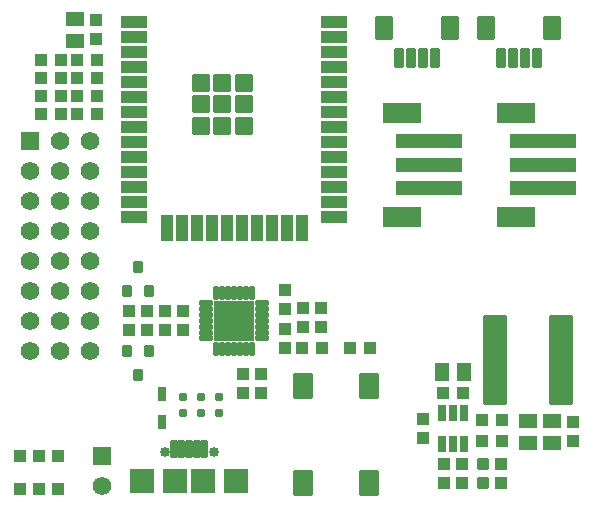
<source format=gts>
%TF.GenerationSoftware,KiCad,Pcbnew,8.0.4*%
%TF.CreationDate,2024-09-05T11:54:57-04:00*%
%TF.ProjectId,ESP32-RC_R0,45535033-322d-4524-935f-52302e6b6963,0*%
%TF.SameCoordinates,Original*%
%TF.FileFunction,Soldermask,Top*%
%TF.FilePolarity,Negative*%
%FSLAX46Y46*%
G04 Gerber Fmt 4.6, Leading zero omitted, Abs format (unit mm)*
G04 Created by KiCad (PCBNEW 8.0.4) date 2024-09-05 11:54:57*
%MOMM*%
%LPD*%
G01*
G04 APERTURE LIST*
G04 Aperture macros list*
%AMRoundRect*
0 Rectangle with rounded corners*
0 $1 Rounding radius*
0 $2 $3 $4 $5 $6 $7 $8 $9 X,Y pos of 4 corners*
0 Add a 4 corners polygon primitive as box body*
4,1,4,$2,$3,$4,$5,$6,$7,$8,$9,$2,$3,0*
0 Add four circle primitives for the rounded corners*
1,1,$1+$1,$2,$3*
1,1,$1+$1,$4,$5*
1,1,$1+$1,$6,$7*
1,1,$1+$1,$8,$9*
0 Add four rect primitives between the rounded corners*
20,1,$1+$1,$2,$3,$4,$5,0*
20,1,$1+$1,$4,$5,$6,$7,0*
20,1,$1+$1,$6,$7,$8,$9,0*
20,1,$1+$1,$8,$9,$2,$3,0*%
G04 Aperture macros list end*
%ADD10RoundRect,0.102000X0.400000X-0.400000X0.400000X0.400000X-0.400000X0.400000X-0.400000X-0.400000X0*%
%ADD11RoundRect,0.076200X0.469900X-0.406400X0.469900X0.406400X-0.469900X0.406400X-0.469900X-0.406400X0*%
%ADD12RoundRect,0.076200X0.406400X0.469900X-0.406400X0.469900X-0.406400X-0.469900X0.406400X-0.469900X0*%
%ADD13RoundRect,0.102000X0.200000X-0.240000X0.200000X0.240000X-0.200000X0.240000X-0.200000X-0.240000X0*%
%ADD14RoundRect,0.076200X-0.406400X-0.469900X0.406400X-0.469900X0.406400X0.469900X-0.406400X0.469900X0*%
%ADD15RoundRect,0.076200X-0.469900X0.406400X-0.469900X-0.406400X0.469900X-0.406400X0.469900X0.406400X0*%
%ADD16RoundRect,0.076200X0.698500X-0.508000X0.698500X0.508000X-0.698500X0.508000X-0.698500X-0.508000X0*%
%ADD17RoundRect,0.076200X-0.508000X-0.698500X0.508000X-0.698500X0.508000X0.698500X-0.508000X0.698500X0*%
%ADD18RoundRect,0.076200X-0.698500X0.508000X-0.698500X-0.508000X0.698500X-0.508000X0.698500X0.508000X0*%
%ADD19RoundRect,0.076200X-0.901700X-3.746500X0.901700X-3.746500X0.901700X3.746500X-0.901700X3.746500X0*%
%ADD20RoundRect,0.102000X0.135000X-0.495000X0.135000X0.495000X-0.135000X0.495000X-0.135000X-0.495000X0*%
%ADD21RoundRect,0.102000X0.495000X-0.135000X0.495000X0.135000X-0.495000X0.135000X-0.495000X-0.135000X0*%
%ADD22RoundRect,0.102000X1.625000X-1.625000X1.625000X1.625000X-1.625000X1.625000X-1.625000X-1.625000X0*%
%ADD23RoundRect,0.102000X-0.685000X0.685000X-0.685000X-0.685000X0.685000X-0.685000X0.685000X0.685000X0*%
%ADD24C,1.574000*%
%ADD25RoundRect,0.076200X-0.330200X-0.774700X0.330200X-0.774700X0.330200X0.774700X-0.330200X0.774700X0*%
%ADD26RoundRect,0.076200X-0.647700X-0.952500X0.647700X-0.952500X0.647700X0.952500X-0.647700X0.952500X0*%
%ADD27RoundRect,0.076200X1.000000X-0.450000X1.000000X0.450000X-1.000000X0.450000X-1.000000X-0.450000X0*%
%ADD28RoundRect,0.076200X-0.450000X-1.000000X0.450000X-1.000000X0.450000X1.000000X-0.450000X1.000000X0*%
%ADD29RoundRect,0.076200X0.665000X-0.665000X0.665000X0.665000X-0.665000X0.665000X-0.665000X-0.665000X0*%
%ADD30RoundRect,0.076200X0.750000X1.000000X-0.750000X1.000000X-0.750000X-1.000000X0.750000X-1.000000X0*%
%ADD31RoundRect,0.102000X-0.300000X0.400000X-0.300000X-0.400000X0.300000X-0.400000X0.300000X0.400000X0*%
%ADD32C,0.852400*%
%ADD33RoundRect,0.102000X-0.200000X-0.675000X0.200000X-0.675000X0.200000X0.675000X-0.200000X0.675000X0*%
%ADD34RoundRect,0.102000X-0.900000X-0.950000X0.900000X-0.950000X0.900000X0.950000X-0.900000X0.950000X0*%
%ADD35RoundRect,0.102000X-0.950000X-0.950000X0.950000X-0.950000X0.950000X0.950000X-0.950000X0.950000X0*%
%ADD36RoundRect,0.102000X0.300000X-0.400000X0.300000X0.400000X-0.300000X0.400000X-0.300000X-0.400000X0*%
%ADD37RoundRect,0.076200X-0.300000X-0.575000X0.300000X-0.575000X0.300000X0.575000X-0.300000X0.575000X0*%
%ADD38RoundRect,0.076200X2.750000X-0.500000X2.750000X0.500000X-2.750000X0.500000X-2.750000X-0.500000X0*%
%ADD39RoundRect,0.076200X1.500000X-0.800000X1.500000X0.800000X-1.500000X0.800000X-1.500000X-0.800000X0*%
%ADD40RoundRect,0.102000X-0.230000X0.520000X-0.230000X-0.520000X0.230000X-0.520000X0.230000X0.520000X0*%
G04 APERTURE END LIST*
D10*
%TO.C,D5*%
X155194000Y-112560000D03*
X155194000Y-110960000D03*
%TD*%
D11*
%TO.C,R8*%
X138430000Y-101142800D03*
X138430000Y-99517200D03*
%TD*%
D12*
%TO.C,R9*%
X122478800Y-76708000D03*
X120853200Y-76708000D03*
%TD*%
D13*
%TO.C,D2*%
X132842000Y-106578000D03*
X132842000Y-105258000D03*
%TD*%
D12*
%TO.C,C7*%
X145592800Y-101092000D03*
X143967200Y-101092000D03*
%TD*%
%TO.C,R3*%
X122478800Y-79756000D03*
X120853200Y-79756000D03*
%TD*%
D14*
%TO.C,C10*%
X151841200Y-104902000D03*
X153466800Y-104902000D03*
%TD*%
D15*
%TO.C,R18*%
X150114000Y-107137200D03*
X150114000Y-108762800D03*
%TD*%
D13*
%TO.C,D3*%
X131318000Y-106578000D03*
X131318000Y-105258000D03*
%TD*%
D14*
%TO.C,R1*%
X115976400Y-113030000D03*
X117602000Y-113030000D03*
X119227600Y-113030000D03*
%TD*%
D16*
%TO.C,C4*%
X120650000Y-75082400D03*
X120650000Y-73253600D03*
%TD*%
D15*
%TO.C,C2*%
X134874000Y-103327200D03*
X134874000Y-104952800D03*
%TD*%
D11*
%TO.C,R15*%
X125222000Y-99618800D03*
X125222000Y-97993200D03*
%TD*%
D13*
%TO.C,D4*%
X129794000Y-106578000D03*
X129794000Y-105258000D03*
%TD*%
D14*
%TO.C,C8*%
X155143200Y-108966000D03*
X156768800Y-108966000D03*
%TD*%
D11*
%TO.C,R12*%
X141478000Y-99364800D03*
X141478000Y-97739200D03*
%TD*%
D12*
%TO.C,R7*%
X119430800Y-81280000D03*
X117805200Y-81280000D03*
%TD*%
D17*
%TO.C,C9*%
X151739600Y-103124000D03*
X153568400Y-103124000D03*
%TD*%
D12*
%TO.C,R17*%
X156768800Y-107188000D03*
X155143200Y-107188000D03*
%TD*%
D18*
%TO.C,C12*%
X159004000Y-107289600D03*
X159004000Y-109118400D03*
%TD*%
D11*
%TO.C,R20*%
X156718000Y-112572800D03*
X156718000Y-110947200D03*
%TD*%
%TO.C,C3*%
X122428000Y-74980800D03*
X122428000Y-73355200D03*
%TD*%
D15*
%TO.C,R11*%
X139954000Y-97739200D03*
X139954000Y-99364800D03*
%TD*%
D14*
%TO.C,R22*%
X115976400Y-110236000D03*
X117602000Y-110236000D03*
X119227600Y-110236000D03*
%TD*%
%TO.C,C6*%
X139903200Y-101092000D03*
X141528800Y-101092000D03*
%TD*%
D19*
%TO.C,L1*%
X156210000Y-102108000D03*
X161798000Y-102108000D03*
%TD*%
D11*
%TO.C,R10*%
X138430000Y-97840800D03*
X138430000Y-96215200D03*
%TD*%
D12*
%TO.C,C5*%
X119430800Y-76708000D03*
X117805200Y-76708000D03*
%TD*%
D20*
%TO.C,U1*%
X132612000Y-101166000D03*
X133112000Y-101166000D03*
X133612000Y-101166000D03*
X134112000Y-101166000D03*
X134612000Y-101166000D03*
X135112000Y-101166000D03*
X135612000Y-101166000D03*
D21*
X136472000Y-100306000D03*
X136472000Y-99806000D03*
X136472000Y-99306000D03*
X136472000Y-98806000D03*
X136472000Y-98306000D03*
X136472000Y-97806000D03*
X136472000Y-97306000D03*
D20*
X135612000Y-96446000D03*
X135112000Y-96446000D03*
X134612000Y-96446000D03*
X134112000Y-96446000D03*
X133612000Y-96446000D03*
X133112000Y-96446000D03*
X132612000Y-96446000D03*
D21*
X131752000Y-97306000D03*
X131752000Y-97806000D03*
X131752000Y-98306000D03*
X131752000Y-98806000D03*
X131752000Y-99306000D03*
X131752000Y-99806000D03*
X131752000Y-100306000D03*
D22*
X134112000Y-98806000D03*
%TD*%
D12*
%TO.C,R4*%
X122478800Y-81280000D03*
X120853200Y-81280000D03*
%TD*%
D18*
%TO.C,C11*%
X161036000Y-107289600D03*
X161036000Y-109118400D03*
%TD*%
D23*
%TO.C,J5*%
X122936000Y-110236000D03*
D24*
X122936000Y-112776000D03*
%TD*%
D15*
%TO.C,C1*%
X136398000Y-103327200D03*
X136398000Y-104952800D03*
%TD*%
D25*
%TO.C,J3*%
X148106000Y-76558201D03*
X149106001Y-76558201D03*
X150105999Y-76558201D03*
X151106000Y-76558201D03*
D26*
X146806001Y-73978201D03*
X152405999Y-73978201D03*
%TD*%
D15*
%TO.C,R16*%
X126746000Y-97993200D03*
X126746000Y-99618800D03*
%TD*%
D27*
%TO.C,U2*%
X125612000Y-73472000D03*
X125612000Y-74742000D03*
X125612000Y-76012000D03*
X125612000Y-77282000D03*
X125612000Y-78552000D03*
X125612000Y-79822000D03*
X125612000Y-81092000D03*
X125612000Y-82362000D03*
X125612000Y-83632000D03*
X125612000Y-84902000D03*
X125612000Y-86172000D03*
X125612000Y-87442000D03*
X125612000Y-88712000D03*
X125612000Y-89982000D03*
D28*
X128397000Y-90982000D03*
X129667000Y-90982000D03*
X130937000Y-90982000D03*
X132207000Y-90982000D03*
X133477000Y-90982000D03*
X134747000Y-90982000D03*
X136017000Y-90982000D03*
X137287000Y-90982000D03*
X138557000Y-90982000D03*
X139827000Y-90982000D03*
D27*
X142612000Y-89982000D03*
X142612000Y-88712000D03*
X142612000Y-87442000D03*
X142612000Y-86172000D03*
X142612000Y-84902000D03*
X142612000Y-83632000D03*
X142612000Y-82362000D03*
X142612000Y-81092000D03*
X142612000Y-79822000D03*
X142612000Y-78552000D03*
X142612000Y-77282000D03*
X142612000Y-76012000D03*
X142612000Y-74742000D03*
X142612000Y-73472000D03*
D29*
X133112000Y-80472000D03*
X131277000Y-82307000D03*
X133112000Y-82307000D03*
X134947000Y-82307000D03*
X134947000Y-80472000D03*
X134947000Y-78637000D03*
X133112000Y-78637000D03*
X131277000Y-78637000D03*
X131277000Y-80472000D03*
%TD*%
D30*
%TO.C,S1*%
X139954000Y-112558000D03*
X139954000Y-104358000D03*
%TD*%
D11*
%TO.C,R14*%
X128270000Y-99618800D03*
X128270000Y-97993200D03*
%TD*%
%TO.C,R13*%
X129794000Y-99618800D03*
X129794000Y-97993200D03*
%TD*%
D31*
%TO.C,Q2*%
X126934000Y-101352000D03*
X125034000Y-101352000D03*
X125984000Y-103372000D03*
%TD*%
D12*
%TO.C,R5*%
X119430800Y-78232000D03*
X117805200Y-78232000D03*
%TD*%
D32*
%TO.C,J8*%
X128227000Y-109914000D03*
X132377000Y-109914000D03*
D33*
X129002000Y-109689000D03*
X129652000Y-109689000D03*
X130302000Y-109689000D03*
X130952000Y-109689000D03*
X131602000Y-109689000D03*
D34*
X126302000Y-112364000D03*
D35*
X129102000Y-112364000D03*
X131502000Y-112364000D03*
D34*
X134302000Y-112364000D03*
%TD*%
D23*
%TO.C,J1*%
X116840000Y-83566000D03*
D24*
X119380000Y-83566000D03*
X121920000Y-83566000D03*
X116840000Y-86106000D03*
X119380000Y-86106000D03*
X121920000Y-86106000D03*
X116840000Y-88646000D03*
X119380000Y-88646000D03*
X121920000Y-88646000D03*
X116840000Y-91186000D03*
X119380000Y-91186000D03*
X121920000Y-91186000D03*
X116840000Y-93726000D03*
X119380000Y-93726000D03*
X121920000Y-93726000D03*
X116840000Y-96266000D03*
X119380000Y-96266000D03*
X121920000Y-96266000D03*
X116840000Y-98806000D03*
X119380000Y-98806000D03*
X121920000Y-98806000D03*
X116840000Y-101346000D03*
X119380000Y-101346000D03*
X121920000Y-101346000D03*
%TD*%
D25*
%TO.C,J4*%
X156742000Y-76558201D03*
X157742001Y-76558201D03*
X158741999Y-76558201D03*
X159742000Y-76558201D03*
D26*
X155442001Y-73978201D03*
X161041999Y-73978201D03*
%TD*%
D36*
%TO.C,Q1*%
X125034000Y-96260000D03*
X126934000Y-96260000D03*
X125984000Y-94240000D03*
%TD*%
D37*
%TO.C,U3*%
X153604000Y-106650000D03*
X152654000Y-106650000D03*
X151704000Y-106650000D03*
X151704000Y-109250000D03*
X152654000Y-109250000D03*
X153604000Y-109250000D03*
%TD*%
D12*
%TO.C,R6*%
X119430800Y-79756000D03*
X117805200Y-79756000D03*
%TD*%
D15*
%TO.C,R21*%
X151892000Y-110947200D03*
X151892000Y-112572800D03*
%TD*%
D38*
%TO.C,J6*%
X150586000Y-87598000D03*
X150586000Y-85598000D03*
X150586000Y-83598000D03*
D39*
X148336000Y-89998000D03*
X148336000Y-81198000D03*
%TD*%
D11*
%TO.C,R19*%
X153416000Y-112572800D03*
X153416000Y-110947200D03*
%TD*%
D40*
%TO.C,D1*%
X128016000Y-107362000D03*
X128016000Y-104982000D03*
%TD*%
D38*
%TO.C,J7*%
X160238000Y-87598000D03*
X160238000Y-85598000D03*
X160238000Y-83598000D03*
D39*
X157988000Y-89998000D03*
X157988000Y-81198000D03*
%TD*%
D15*
%TO.C,R23*%
X162814000Y-107340400D03*
X162814000Y-108966000D03*
%TD*%
D12*
%TO.C,R2*%
X122478800Y-78232000D03*
X120853200Y-78232000D03*
%TD*%
D30*
%TO.C,S2*%
X145542000Y-112558000D03*
X145542000Y-104358000D03*
%TD*%
M02*

</source>
